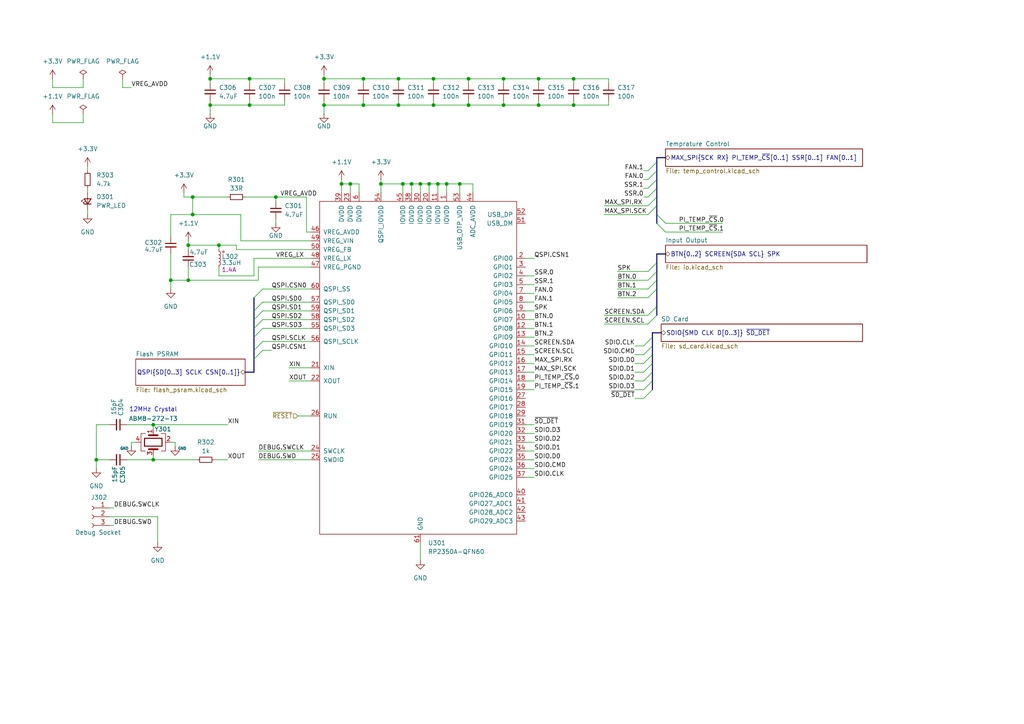
<source format=kicad_sch>
(kicad_sch (version 20231120) (generator "eeschema") (generator_version "8.0")
  (paper "A4")
  (lib_symbols
    (symbol "Connector:Conn_01x03_Socket" (pin_names (offset 1.016) hide)
      (property "Reference" "J" (at 0 5.08 0))
      (property "Value" "Conn_01x03_Socket" (at 0 -5.08 0))
      (symbol "Conn_01x03_Socket_1_1"
        (arc (start 0 -2.032) (mid -0.5058 -2.54) (end 0 -3.048) (stroke (width 0.1524)))
        (polyline (pts (xy -1.27 -2.54) (xy -0.508 -2.54)) (stroke (width 0.1524)))
        (polyline (pts (xy -1.27 0) (xy -0.508 0)) (stroke (width 0.1524)))
        (polyline (pts (xy -1.27 2.54) (xy -0.508 2.54)) (stroke (width 0.1524)))
        (arc (start 0 0.508) (mid -0.5058 0) (end 0 -0.508) (stroke (width 0.1524)))
        (arc (start 0 3.048) (mid -0.5058 2.54) (end 0 2.032) (stroke (width 0.1524)))
        (pin passive line (at -5.08 2.54 0) (length 3.81) (name "Pin_1") (number "1"))
        (pin passive line (at -5.08 0 0) (length 3.81) (name "Pin_2") (number "2"))
        (pin passive line (at -5.08 -2.54 0) (length 3.81) (name "Pin_3") (number "3"))
      )
    )
    (symbol "Device:C_Small" (pin_numbers hide) (pin_names (offset 0.254) hide)
      (property "Reference" "C" (at 0.254 1.778 0))
      (property "Value" "C_Small" (at 0.254 -2.032 0))
      (symbol "C_Small_0_1"
        (polyline (pts (xy -1.524 -0.508) (xy 1.524 -0.508)) (stroke (width 0.3302)))
        (polyline (pts (xy -1.524 0.508) (xy 1.524 0.508)) (stroke (width 0.3048)))
      )
      (symbol "C_Small_1_1"
        (pin passive line (at 0 2.54 270) (length 2.032) (name "~") (number "1"))
        (pin passive line (at 0 -2.54 90) (length 2.032) (name "~") (number "2"))
      )
    )
    (symbol "Device:Crystal_GND24" (pin_names (offset 1.016) hide)
      (property "Reference" "Y" (at 3.175 5.08 0))
      (property "Value" "Crystal_GND24" (at 3.175 3.175 0))
      (symbol "Crystal_GND24_0_1"
        (rectangle (start -1.143 2.54) (end 1.143 -2.54) (stroke (width 0.3048)))
        (polyline (pts (xy -2.54 0) (xy -2.032 0)))
        (polyline (pts (xy -2.032 -1.27) (xy -2.032 1.27)) (stroke (width 0.508)))
        (polyline (pts (xy 0 -3.81) (xy 0 -3.556)))
        (polyline (pts (xy 0 3.556) (xy 0 3.81)))
        (polyline (pts (xy 2.032 -1.27) (xy 2.032 1.27)) (stroke (width 0.508)))
        (polyline (pts (xy 2.032 0) (xy 2.54 0)))
        (polyline (pts (xy -2.54 -2.286) (xy -2.54 -3.556) (xy 2.54 -3.556) (xy 2.54 -2.286)))
        (polyline (pts (xy -2.54 2.286) (xy -2.54 3.556) (xy 2.54 3.556) (xy 2.54 2.286)))
      )
      (symbol "Crystal_GND24_1_1"
        (pin passive line (at -3.81 0 0) (length 1.27) (name "1") (number "1"))
        (pin passive line (at 0 5.08 270) (length 1.27) (name "2") (number "2"))
        (pin passive line (at 3.81 0 180) (length 1.27) (name "3") (number "3"))
        (pin passive line (at 0 -5.08 90) (length 1.27) (name "4") (number "4"))
      )
    )
    (symbol "Device:LED_Small" (pin_numbers hide) (pin_names (offset 0.254) hide)
      (property "Reference" "D" (at -1.27 3.175 0))
      (property "Value" "LED_Small" (at -4.445 -2.54 0))
      (symbol "LED_Small_0_1"
        (polyline (pts (xy -0.762 -1.016) (xy -0.762 1.016)) (stroke (width 0.254)))
        (polyline (pts (xy 1.016 0) (xy -0.762 0)))
        (polyline (pts (xy 0.762 -1.016) (xy -0.762 0) (xy 0.762 1.016) (xy 0.762 -1.016)) (stroke (width 0.254)))
        (polyline (pts (xy 0 0.762) (xy -0.508 1.27) (xy -0.254 1.27) (xy -0.508 1.27) (xy -0.508 1.016)))
        (polyline (pts (xy 0.508 1.27) (xy 0 1.778) (xy 0.254 1.778) (xy 0 1.778) (xy 0 1.524)))
      )
      (symbol "LED_Small_1_1"
        (pin passive line (at -2.54 0 0) (length 1.778) (name "K") (number "1"))
        (pin passive line (at 2.54 0 180) (length 1.778) (name "A") (number "2"))
      )
    )
    (symbol "Device:R_Small" (pin_numbers hide) (pin_names (offset 0.254) hide)
      (property "Reference" "R" (at 0.762 0.508 0))
      (property "Value" "R_Small" (at 0.762 -1.016 0))
      (symbol "R_Small_0_1"
        (rectangle (start -0.762 1.778) (end 0.762 -1.778) (stroke (width 0.2032)))
      )
      (symbol "R_Small_1_1"
        (pin passive line (at 0 2.54 270) (length 0.762) (name "~") (number "1"))
        (pin passive line (at 0 -2.54 90) (length 0.762) (name "~") (number "2"))
      )
    )
    (symbol "RP2350_KiCad:RP2350A-QFN60" (pin_names (offset 1.016))
      (property "Reference" "U" (at 0 -1.27 0))
      (property "Value" "RP2350A-QFN60" (at 0 1.27 0))
      (symbol "RP2350A-QFN60_0_1"
        (rectangle (start -29.21 44.45) (end 27.94 -52.07))
      )
      (symbol "RP2350A-QFN60_1_0"
        (pin passive line (at 0 -54.61 90) (length 2.54) (name "GND") (number "61"))
      )
      (symbol "RP2350A-QFN60_1_1"
        (pin power_in line (at 7.62 46.99 270) (length 2.54) (name "IOVDD") (number "1"))
        (pin bidirectional line (at 30.48 10.16 180) (length 2.54) (name "GPIO7") (number "10"))
        (pin power_in line (at 5.08 46.99 270) (length 2.54) (name "IOVDD") (number "11"))
        (pin bidirectional line (at 30.48 7.62 180) (length 2.54) (name "GPIO8") (number "12"))
        (pin bidirectional line (at 30.48 5.08 180) (length 2.54) (name "GPIO9") (number "13"))
        (pin bidirectional line (at 30.48 2.54 180) (length 2.54) (name "GPIO10") (number "14"))
        (pin bidirectional line (at 30.48 0 180) (length 2.54) (name "GPIO11") (number "15"))
        (pin bidirectional line (at 30.48 -2.54 180) (length 2.54) (name "GPIO12") (number "16"))
        (pin bidirectional line (at 30.48 -5.08 180) (length 2.54) (name "GPIO13") (number "17"))
        (pin bidirectional line (at 30.48 -7.62 180) (length 2.54) (name "GPIO14") (number "18"))
        (pin bidirectional line (at 30.48 -10.16 180) (length 2.54) (name "GPIO15") (number "19"))
        (pin bidirectional line (at 30.48 27.94 180) (length 2.54) (name "GPIO0") (number "2"))
        (pin power_in line (at 2.54 46.99 270) (length 2.54) (name "IOVDD") (number "20"))
        (pin input line (at -31.75 -3.81 0) (length 2.54) (name "XIN") (number "21"))
        (pin output line (at -31.75 -7.62 0) (length 2.54) (name "XOUT") (number "22"))
        (pin power_in line (at -20.32 46.99 270) (length 2.54) (name "DVDD") (number "23"))
        (pin input line (at -31.75 -27.94 0) (length 2.54) (name "SWCLK") (number "24"))
        (pin bidirectional line (at -31.75 -30.48 0) (length 2.54) (name "SWDIO") (number "25"))
        (pin input line (at -31.75 -17.78 0) (length 2.54) (name "RUN") (number "26"))
        (pin bidirectional line (at 30.48 -12.7 180) (length 2.54) (name "GPIO16") (number "27"))
        (pin bidirectional line (at 30.48 -15.24 180) (length 2.54) (name "GPIO17") (number "28"))
        (pin bidirectional line (at 30.48 -17.78 180) (length 2.54) (name "GPIO18") (number "29"))
        (pin bidirectional line (at 30.48 25.4 180) (length 2.54) (name "GPIO1") (number "3"))
        (pin power_in line (at 0 46.99 270) (length 2.54) (name "IOVDD") (number "30"))
        (pin bidirectional line (at 30.48 -20.32 180) (length 2.54) (name "GPIO19") (number "31"))
        (pin bidirectional line (at 30.48 -22.86 180) (length 2.54) (name "GPIO20") (number "32"))
        (pin bidirectional line (at 30.48 -25.4 180) (length 2.54) (name "GPIO21") (number "33"))
        (pin bidirectional line (at 30.48 -27.94 180) (length 2.54) (name "GPIO22") (number "34"))
        (pin bidirectional line (at 30.48 -30.48 180) (length 2.54) (name "GPIO23") (number "35"))
        (pin bidirectional line (at 30.48 -33.02 180) (length 2.54) (name "GPIO24") (number "36"))
        (pin bidirectional line (at 30.48 -35.56 180) (length 2.54) (name "GPIO25") (number "37"))
        (pin power_in line (at -2.54 46.99 270) (length 2.54) (name "IOVDD") (number "38"))
        (pin power_in line (at -22.86 46.99 270) (length 2.54) (name "DVDD") (number "39"))
        (pin bidirectional line (at 30.48 22.86 180) (length 2.54) (name "GPIO2") (number "4"))
        (pin bidirectional line (at 30.48 -40.64 180) (length 2.54) (name "GPIO26_ADC0") (number "40"))
        (pin bidirectional line (at 30.48 -43.18 180) (length 2.54) (name "GPIO27_ADC1") (number "41"))
        (pin bidirectional line (at 30.48 -45.72 180) (length 2.54) (name "GPIO28_ADC2") (number "42"))
        (pin bidirectional line (at 30.48 -48.26 180) (length 2.54) (name "GPIO29_ADC3") (number "43"))
        (pin power_in line (at 15.24 46.99 270) (length 2.54) (name "ADC_AVDD") (number "44"))
        (pin power_in line (at -5.08 46.99 270) (length 2.54) (name "IOVDD") (number "45"))
        (pin power_in line (at -31.75 35.56 0) (length 2.54) (name "VREG_AVDD") (number "46"))
        (pin input line (at -31.75 25.4 0) (length 2.54) (name "VREG_PGND") (number "47"))
        (pin power_out line (at -31.75 27.94 0) (length 2.54) (name "VREG_LX") (number "48"))
        (pin power_in line (at -31.75 33.02 0) (length 2.54) (name "VREG_VIN") (number "49"))
        (pin bidirectional line (at 30.48 20.32 180) (length 2.54) (name "GPIO3") (number "5"))
        (pin power_in line (at -31.75 30.48 0) (length 2.54) (name "VREG_FB") (number "50"))
        (pin bidirectional line (at 30.48 38.1 180) (length 2.54) (name "USB_DM") (number "51"))
        (pin bidirectional line (at 30.48 40.64 180) (length 2.54) (name "USB_DP") (number "52"))
        (pin power_in line (at 11.43 46.99 270) (length 2.54) (name "USB_OTP_VDD") (number "53"))
        (pin power_in line (at -11.43 46.99 270) (length 2.54) (name "QSPI_IOVDD") (number "54"))
        (pin bidirectional line (at -31.75 7.62 0) (length 2.54) (name "QSPI_SD3") (number "55"))
        (pin bidirectional line (at -31.75 3.81 0) (length 2.54) (name "QSPI_SCLK") (number "56"))
        (pin bidirectional line (at -31.75 15.24 0) (length 2.54) (name "QSPI_SD0") (number "57"))
        (pin bidirectional line (at -31.75 10.16 0) (length 2.54) (name "QSPI_SD2") (number "58"))
        (pin bidirectional line (at -31.75 12.7 0) (length 2.54) (name "QSPI_SD1") (number "59"))
        (pin power_in line (at -17.78 46.99 270) (length 2.54) (name "DVDD") (number "6"))
        (pin bidirectional line (at -31.75 19.05 0) (length 2.54) (name "QSPI_SS") (number "60"))
        (pin bidirectional line (at 30.48 17.78 180) (length 2.54) (name "GPIO4") (number "7"))
        (pin bidirectional line (at 30.48 15.24 180) (length 2.54) (name "GPIO5") (number "8"))
        (pin bidirectional line (at 30.48 12.7 180) (length 2.54) (name "GPIO6") (number "9"))
      )
    )
    (symbol "Sparkfun Kicad Libraries:3.3uH_0806_1.4A_Polarized" (pin_numbers hide) (pin_names (offset 1.016) hide)
      (property "Reference" "L" (at 0 2.54 0))
      (property "Value" "3.3uH" (at 0 -1.27 0))
      (property "Current" "1.4A" (at 0 -3.81 0))
      (symbol "3.3uH_0806_1.4A_Polarized_0_1"
        (circle (center -1.905 1.27) (radius 0.254))
        (arc (start -1.016 0) (mid -1.524 0.5058) (end -2.032 0))
        (arc (start 0 0) (mid -0.508 0.5058) (end -1.016 0))
        (arc (start 1.016 0) (mid 0.508 0.5058) (end 0 0))
        (arc (start 2.032 0) (mid 1.524 0.5058) (end 1.016 0))
      )
      (symbol "3.3uH_0806_1.4A_Polarized_1_1"
        (pin passive line (at -2.54 0 0) (length 0.508) (name "~") (number "1"))
        (pin passive line (at 2.54 0 180) (length 0.508) (name "~") (number "2"))
      )
    )
    (symbol "power:+3.3V" (power) (pin_names (offset 0))
      (property "Value" "+3.3V" (at 0 3.556 0))
      (symbol "+3.3V_0_1"
        (polyline (pts (xy -0.762 1.27) (xy 0 2.54)))
        (polyline (pts (xy 0 0) (xy 0 2.54)))
        (polyline (pts (xy 0 2.54) (xy 0.762 1.27)))
      )
      (symbol "+3.3V_1_1"
        (pin power_in line (at 0 0 90) (length 0) hide (name "+3.3V") (number "1"))
      )
    )
    (symbol "power:GND" (power) (pin_numbers hide) (pin_names (offset 0) hide)
      (property "Value" "GND" (at 0 -3.81 0))
      (symbol "GND_0_1"
        (polyline (pts (xy 0 0) (xy 0 -1.27) (xy 1.27 -1.27) (xy 0 -2.54) (xy -1.27 -1.27) (xy 0 -1.27)))
      )
      (symbol "GND_1_1"
        (pin power_in line (at 0 0 270) (length 0) (name "~") (number "1"))
      )
    )
    (symbol "power:PWR_FLAG" (power) (pin_numbers hide) (pin_names (offset 0) hide)
      (property "Value" "PWR_FLAG" (at 0 3.81 0))
      (symbol "PWR_FLAG_0_0"
        (pin power_out line (at 0 0 90) (length 0) (name "~") (number "1"))
      )
      (symbol "PWR_FLAG_0_1"
        (polyline (pts (xy 0 0) (xy 0 1.27) (xy -1.016 1.905) (xy 0 2.54) (xy 1.016 1.905) (xy 0 1.27)))
      )
    )
  )
  (junction (at 115.57 30.48))
  (junction (at 105.41 22.86))
  (junction (at 72.39 22.86))
  (junction (at 44.45 133.35))
  (junction (at 27.94 133.35))
  (junction (at 135.89 22.86))
  (junction (at 135.89 30.48))
  (junction (at 110.49 53.34))
  (junction (at 166.37 30.48))
  (junction (at 146.05 30.48))
  (junction (at 54.61 81.28))
  (junction (at 55.88 62.23))
  (junction (at 119.38 53.34))
  (junction (at 93.98 30.48))
  (junction (at 127 53.34))
  (junction (at 63.5 71.12))
  (junction (at 125.73 30.48))
  (junction (at 101.6 53.34))
  (junction (at 99.06 53.34))
  (junction (at 124.46 53.34))
  (junction (at 55.88 57.15))
  (junction (at 129.54 53.34))
  (junction (at 116.84 53.34))
  (junction (at 166.37 22.86))
  (junction (at 115.57 22.86))
  (junction (at 72.39 30.48))
  (junction (at 121.92 53.34))
  (junction (at 44.45 123.19))
  (junction (at 80.01 57.15))
  (junction (at 49.53 81.28))
  (junction (at 156.21 22.86))
  (junction (at 146.05 22.86))
  (junction (at 133.35 53.34))
  (junction (at 105.41 30.48))
  (junction (at 125.73 22.86))
  (junction (at 156.21 30.48))
  (junction (at 93.98 22.86))
  (junction (at 54.61 71.12))
  (junction (at 60.96 22.86))
  (junction (at 60.96 30.48))
  (bus_entry (at 190.5 62.23) (size 2.54 2.54))
  (bus_entry (at 73.66 86.36) (size 2.54 -2.54))
  (bus_entry (at 187.96 91.44) (size 2.54 -2.54))
  (bus_entry (at 187.96 57.15) (size 2.54 -2.54))
  (bus_entry (at 186.69 102.87) (size 2.54 -2.54))
  (bus_entry (at 187.96 81.28) (size 2.54 -2.54))
  (bus_entry (at 73.66 95.25) (size 2.54 -2.54))
  (bus_entry (at 187.96 93.98) (size 2.54 -2.54))
  (bus_entry (at 73.66 97.79) (size 2.54 -2.54))
  (bus_entry (at 187.96 86.36) (size 2.54 -2.54))
  (bus_entry (at 73.66 104.14) (size 2.54 -2.54))
  (bus_entry (at 187.96 52.07) (size 2.54 -2.54))
  (bus_entry (at 190.5 59.69) (size -2.54 2.54))
  (bus_entry (at 186.69 110.49) (size 2.54 -2.54))
  (bus_entry (at 187.96 49.53) (size 2.54 -2.54))
  (bus_entry (at 73.66 101.6) (size 2.54 -2.54))
  (bus_entry (at 190.5 64.77) (size 2.54 2.54))
  (bus_entry (at 186.69 105.41) (size 2.54 -2.54))
  (bus_entry (at 186.69 115.57) (size 2.54 -2.54))
  (bus_entry (at 187.96 78.74) (size 2.54 -2.54))
  (bus_entry (at 190.5 57.15) (size -2.54 2.54))
  (bus_entry (at 187.96 54.61) (size 2.54 -2.54))
  (bus_entry (at 73.66 92.71) (size 2.54 -2.54))
  (bus_entry (at 186.69 100.33) (size 2.54 -2.54))
  (bus_entry (at 186.69 107.95) (size 2.54 -2.54))
  (bus_entry (at 73.66 90.17) (size 2.54 -2.54))
  (bus_entry (at 187.96 83.82) (size 2.54 -2.54))
  (bus_entry (at 186.69 113.03) (size 2.54 -2.54))
  (wire (pts (xy 57.15 133.35) (xy 44.45 133.35)))
  (wire (pts (xy 90.17 77.47) (xy 74.93 77.47)))
  (wire (pts (xy 154.94 125.73) (xy 152.4 125.73)))
  (wire (pts (xy 146.05 30.48) (xy 156.21 30.48)))
  (bus (pts (xy 189.23 110.49) (xy 189.23 113.03)))
  (wire (pts (xy 146.05 24.13) (xy 146.05 22.86)))
  (wire (pts (xy 49.53 62.23) (xy 49.53 68.58)))
  (bus (pts (xy 73.66 95.25) (xy 73.66 97.79)))
  (wire (pts (xy 72.39 24.13) (xy 72.39 22.86)))
  (wire (pts (xy 31.75 133.35) (xy 27.94 133.35)))
  (bus (pts (xy 190.5 83.82) (xy 190.5 88.9)))
  (wire (pts (xy 184.15 102.87) (xy 186.69 102.87)))
  (wire (pts (xy 184.15 113.03) (xy 186.69 113.03)))
  (wire (pts (xy 49.53 73.66) (xy 49.53 81.28)))
  (wire (pts (xy 115.57 24.13) (xy 115.57 22.86)))
  (bus (pts (xy 73.66 104.14) (xy 73.66 107.95)))
  (wire (pts (xy 44.45 123.19) (xy 66.04 123.19)))
  (wire (pts (xy 179.07 83.82) (xy 187.96 83.82)))
  (wire (pts (xy 105.41 24.13) (xy 105.41 22.86)))
  (wire (pts (xy 71.12 57.15) (xy 80.01 57.15)))
  (wire (pts (xy 179.07 78.74) (xy 187.96 78.74)))
  (wire (pts (xy 83.82 106.68) (xy 90.17 106.68)))
  (wire (pts (xy 186.69 54.61) (xy 187.96 54.61)))
  (wire (pts (xy 154.94 130.81) (xy 152.4 130.81)))
  (wire (pts (xy 129.54 55.88) (xy 129.54 53.34)))
  (bus (pts (xy 190.5 46.99) (xy 190.5 49.53)))
  (wire (pts (xy 80.01 63.5) (xy 80.01 64.77)))
  (wire (pts (xy 176.53 22.86) (xy 166.37 22.86)))
  (wire (pts (xy 93.98 21.59) (xy 93.98 22.86)))
  (wire (pts (xy 27.94 133.35) (xy 27.94 135.89)))
  (wire (pts (xy 166.37 22.86) (xy 156.21 22.86)))
  (wire (pts (xy 31.75 123.19) (xy 27.94 123.19)))
  (wire (pts (xy 60.96 22.86) (xy 60.96 24.13)))
  (wire (pts (xy 45.72 157.48) (xy 45.72 149.86)))
  (wire (pts (xy 154.94 133.35) (xy 152.4 133.35)))
  (wire (pts (xy 76.2 101.6) (xy 78.74 101.6)))
  (wire (pts (xy 72.39 30.48) (xy 82.55 30.48)))
  (wire (pts (xy 99.06 52.07) (xy 99.06 53.34)))
  (wire (pts (xy 72.39 30.48) (xy 60.96 30.48)))
  (wire (pts (xy 55.88 62.23) (xy 49.53 62.23)))
  (wire (pts (xy 166.37 29.21) (xy 166.37 30.48)))
  (wire (pts (xy 15.24 35.56) (xy 15.24 33.02)))
  (wire (pts (xy 82.55 29.21) (xy 82.55 30.48)))
  (wire (pts (xy 176.53 24.13) (xy 176.53 22.86)))
  (bus (pts (xy 73.66 90.17) (xy 73.66 92.71)))
  (wire (pts (xy 146.05 29.21) (xy 146.05 30.48)))
  (wire (pts (xy 55.88 57.15) (xy 55.88 62.23)))
  (wire (pts (xy 127 53.34) (xy 124.46 53.34)))
  (bus (pts (xy 71.12 107.95) (xy 73.66 107.95)))
  (wire (pts (xy 73.66 80.01) (xy 63.5 80.01)))
  (wire (pts (xy 152.4 113.03) (xy 154.94 113.03)))
  (wire (pts (xy 127 55.88) (xy 127 53.34)))
  (bus (pts (xy 190.5 81.28) (xy 190.5 83.82)))
  (wire (pts (xy 105.41 22.86) (xy 93.98 22.86)))
  (wire (pts (xy 137.16 53.34) (xy 133.35 53.34)))
  (wire (pts (xy 154.94 138.43) (xy 152.4 138.43)))
  (wire (pts (xy 179.07 86.36) (xy 187.96 86.36)))
  (wire (pts (xy 152.4 85.09) (xy 154.94 85.09)))
  (wire (pts (xy 121.92 55.88) (xy 121.92 53.34)))
  (wire (pts (xy 110.49 52.07) (xy 110.49 53.34)))
  (wire (pts (xy 54.61 81.28) (xy 54.61 77.47)))
  (wire (pts (xy 74.93 130.81) (xy 90.17 130.81)))
  (wire (pts (xy 93.98 30.48) (xy 93.98 33.02)))
  (wire (pts (xy 38.1 128.27) (xy 39.37 128.27)))
  (wire (pts (xy 186.69 49.53) (xy 187.96 49.53)))
  (wire (pts (xy 73.66 74.93) (xy 73.66 80.01)))
  (wire (pts (xy 152.4 102.87) (xy 154.94 102.87)))
  (wire (pts (xy 175.26 59.69) (xy 187.96 59.69)))
  (wire (pts (xy 124.46 53.34) (xy 121.92 53.34)))
  (wire (pts (xy 119.38 55.88) (xy 119.38 53.34)))
  (bus (pts (xy 190.5 73.66) (xy 190.5 76.2)))
  (wire (pts (xy 93.98 22.86) (xy 93.98 24.13)))
  (wire (pts (xy 105.41 29.21) (xy 105.41 30.48)))
  (wire (pts (xy 25.4 54.61) (xy 25.4 55.88)))
  (wire (pts (xy 119.38 53.34) (xy 116.84 53.34)))
  (bus (pts (xy 190.5 52.07) (xy 190.5 54.61)))
  (wire (pts (xy 166.37 30.48) (xy 176.53 30.48)))
  (wire (pts (xy 146.05 22.86) (xy 135.89 22.86)))
  (wire (pts (xy 175.26 93.98) (xy 187.96 93.98)))
  (wire (pts (xy 49.53 81.28) (xy 54.61 81.28)))
  (wire (pts (xy 133.35 53.34) (xy 129.54 53.34)))
  (wire (pts (xy 45.72 149.86) (xy 31.75 149.86)))
  (bus (pts (xy 189.23 107.95) (xy 189.23 110.49)))
  (wire (pts (xy 104.14 55.88) (xy 104.14 53.34)))
  (wire (pts (xy 154.94 128.27) (xy 152.4 128.27)))
  (wire (pts (xy 44.45 132.08) (xy 44.45 133.35)))
  (wire (pts (xy 24.13 22.86) (xy 24.13 25.4)))
  (wire (pts (xy 193.04 67.31) (xy 209.55 67.31)))
  (bus (pts (xy 193.04 73.66) (xy 190.5 73.66)))
  (wire (pts (xy 125.73 29.21) (xy 125.73 30.48)))
  (wire (pts (xy 116.84 53.34) (xy 110.49 53.34)))
  (wire (pts (xy 186.69 57.15) (xy 187.96 57.15)))
  (wire (pts (xy 90.17 69.85) (xy 69.85 69.85)))
  (wire (pts (xy 50.8 128.27) (xy 49.53 128.27)))
  (wire (pts (xy 83.82 110.49) (xy 90.17 110.49)))
  (wire (pts (xy 38.1 129.54) (xy 38.1 128.27)))
  (bus (pts (xy 189.23 97.79) (xy 189.23 100.33)))
  (wire (pts (xy 175.26 91.44) (xy 187.96 91.44)))
  (wire (pts (xy 55.88 57.15) (xy 53.34 57.15)))
  (wire (pts (xy 186.69 52.07) (xy 187.96 52.07)))
  (wire (pts (xy 135.89 29.21) (xy 135.89 30.48)))
  (wire (pts (xy 152.4 90.17) (xy 154.94 90.17)))
  (wire (pts (xy 152.4 95.25) (xy 154.94 95.25)))
  (wire (pts (xy 76.2 90.17) (xy 90.17 90.17)))
  (wire (pts (xy 152.4 74.93) (xy 154.94 74.93)))
  (wire (pts (xy 53.34 57.15) (xy 53.34 55.88)))
  (wire (pts (xy 193.04 64.77) (xy 209.55 64.77)))
  (bus (pts (xy 189.23 96.52) (xy 191.77 96.52)))
  (wire (pts (xy 152.4 82.55) (xy 154.94 82.55)))
  (wire (pts (xy 36.83 123.19) (xy 44.45 123.19)))
  (wire (pts (xy 99.06 53.34) (xy 99.06 55.88)))
  (wire (pts (xy 25.4 60.96) (xy 25.4 62.23)))
  (bus (pts (xy 73.66 92.71) (xy 73.66 95.25)))
  (wire (pts (xy 152.4 87.63) (xy 154.94 87.63)))
  (wire (pts (xy 154.94 135.89) (xy 152.4 135.89)))
  (wire (pts (xy 166.37 24.13) (xy 166.37 22.86)))
  (wire (pts (xy 76.2 92.71) (xy 90.17 92.71)))
  (wire (pts (xy 101.6 53.34) (xy 99.06 53.34)))
  (wire (pts (xy 27.94 123.19) (xy 27.94 133.35)))
  (wire (pts (xy 184.15 110.49) (xy 186.69 110.49)))
  (wire (pts (xy 125.73 22.86) (xy 115.57 22.86)))
  (bus (pts (xy 190.5 88.9) (xy 190.5 91.44)))
  (bus (pts (xy 190.5 76.2) (xy 190.5 78.74)))
  (wire (pts (xy 88.9 57.15) (xy 88.9 67.31)))
  (bus (pts (xy 73.66 101.6) (xy 73.66 104.14)))
  (wire (pts (xy 74.93 77.47) (xy 74.93 81.28)))
  (wire (pts (xy 36.83 133.35) (xy 44.45 133.35)))
  (wire (pts (xy 101.6 55.88) (xy 101.6 53.34)))
  (wire (pts (xy 68.58 71.12) (xy 68.58 72.39)))
  (wire (pts (xy 116.84 55.88) (xy 116.84 53.34)))
  (wire (pts (xy 72.39 22.86) (xy 60.96 22.86)))
  (bus (pts (xy 190.5 54.61) (xy 190.5 57.15)))
  (wire (pts (xy 156.21 29.21) (xy 156.21 30.48)))
  (bus (pts (xy 189.23 100.33) (xy 189.23 102.87)))
  (wire (pts (xy 54.61 69.85) (xy 54.61 71.12)))
  (wire (pts (xy 88.9 67.31) (xy 90.17 67.31)))
  (wire (pts (xy 184.15 107.95) (xy 186.69 107.95)))
  (wire (pts (xy 152.4 80.01) (xy 154.94 80.01)))
  (wire (pts (xy 69.85 69.85) (xy 69.85 62.23)))
  (wire (pts (xy 156.21 22.86) (xy 146.05 22.86)))
  (wire (pts (xy 63.5 71.12) (xy 68.58 71.12)))
  (bus (pts (xy 189.23 105.41) (xy 189.23 107.95)))
  (wire (pts (xy 74.93 133.35) (xy 90.17 133.35)))
  (wire (pts (xy 35.56 25.4) (xy 38.1 25.4)))
  (wire (pts (xy 115.57 30.48) (xy 125.73 30.48)))
  (wire (pts (xy 60.96 30.48) (xy 60.96 33.02)))
  (wire (pts (xy 152.4 107.95) (xy 154.94 107.95)))
  (bus (pts (xy 189.23 102.87) (xy 189.23 105.41)))
  (wire (pts (xy 152.4 92.71) (xy 154.94 92.71)))
  (wire (pts (xy 35.56 22.86) (xy 35.56 25.4)))
  (wire (pts (xy 25.4 48.26) (xy 25.4 49.53)))
  (bus (pts (xy 190.5 59.69) (xy 190.5 62.23)))
  (bus (pts (xy 190.5 62.23) (xy 190.5 64.77)))
  (wire (pts (xy 176.53 29.21) (xy 176.53 30.48)))
  (wire (pts (xy 125.73 24.13) (xy 125.73 22.86)))
  (wire (pts (xy 110.49 53.34) (xy 110.49 55.88)))
  (wire (pts (xy 115.57 22.86) (xy 105.41 22.86)))
  (wire (pts (xy 54.61 71.12) (xy 63.5 71.12)))
  (wire (pts (xy 179.07 81.28) (xy 187.96 81.28)))
  (bus (pts (xy 190.5 49.53) (xy 190.5 52.07)))
  (wire (pts (xy 152.4 105.41) (xy 154.94 105.41)))
  (wire (pts (xy 15.24 25.4) (xy 15.24 22.86)))
  (wire (pts (xy 63.5 72.39) (xy 63.5 71.12)))
  (wire (pts (xy 137.16 55.88) (xy 137.16 53.34)))
  (wire (pts (xy 152.4 123.19) (xy 154.94 123.19)))
  (wire (pts (xy 44.45 123.19) (xy 44.45 124.46)))
  (wire (pts (xy 74.93 81.28) (xy 54.61 81.28)))
  (wire (pts (xy 24.13 25.4) (xy 15.24 25.4)))
  (wire (pts (xy 24.13 35.56) (xy 15.24 35.56)))
  (wire (pts (xy 135.89 30.48) (xy 146.05 30.48)))
  (wire (pts (xy 69.85 62.23) (xy 55.88 62.23)))
  (wire (pts (xy 80.01 58.42) (xy 80.01 57.15)))
  (wire (pts (xy 104.14 53.34) (xy 101.6 53.34)))
  (wire (pts (xy 24.13 33.02) (xy 24.13 35.56)))
  (wire (pts (xy 135.89 24.13) (xy 135.89 22.86)))
  (wire (pts (xy 184.15 105.41) (xy 186.69 105.41)))
  (wire (pts (xy 50.8 129.54) (xy 50.8 128.27)))
  (wire (pts (xy 54.61 71.12) (xy 54.61 72.39)))
  (bus (pts (xy 189.23 96.52) (xy 189.23 97.79)))
  (wire (pts (xy 76.2 99.06) (xy 90.17 99.06)))
  (wire (pts (xy 49.53 81.28) (xy 49.53 83.82)))
  (wire (pts (xy 63.5 80.01) (xy 63.5 77.47)))
  (bus (pts (xy 190.5 45.72) (xy 190.5 46.99)))
  (wire (pts (xy 82.55 22.86) (xy 72.39 22.86)))
  (wire (pts (xy 76.2 83.82) (xy 90.17 83.82)))
  (bus (pts (xy 73.66 97.79) (xy 73.66 101.6)))
  (wire (pts (xy 152.4 100.33) (xy 154.94 100.33)))
  (wire (pts (xy 124.46 55.88) (xy 124.46 53.34)))
  (wire (pts (xy 184.15 115.57) (xy 186.69 115.57)))
  (wire (pts (xy 68.58 72.39) (xy 90.17 72.39)))
  (wire (pts (xy 73.66 74.93) (xy 90.17 74.93)))
  (wire (pts (xy 125.73 30.48) (xy 135.89 30.48)))
  (bus (pts (xy 190.5 57.15) (xy 190.5 59.69)))
  (wire (pts (xy 62.23 133.35) (xy 66.04 133.35)))
  (wire (pts (xy 152.4 97.79) (xy 154.94 97.79)))
  (wire (pts (xy 152.4 110.49) (xy 154.94 110.49)))
  (wire (pts (xy 93.98 29.21) (xy 93.98 30.48)))
  (wire (pts (xy 121.92 157.48) (xy 121.92 162.56)))
  (wire (pts (xy 66.04 57.15) (xy 55.88 57.15)))
  (wire (pts (xy 80.01 57.15) (xy 88.9 57.15)))
  (wire (pts (xy 76.2 87.63) (xy 90.17 87.63)))
  (wire (pts (xy 60.96 29.21) (xy 60.96 30.48)))
  (wire (pts (xy 121.92 53.34) (xy 119.38 53.34)))
  (wire (pts (xy 72.39 29.21) (xy 72.39 30.48)))
  (wire (pts (xy 156.21 30.48) (xy 166.37 30.48)))
  (wire (pts (xy 135.89 22.86) (xy 125.73 22.86)))
  (wire (pts (xy 184.15 100.33) (xy 186.69 100.33)))
  (wire (pts (xy 31.75 152.4) (xy 33.02 152.4)))
  (bus (pts (xy 190.5 78.74) (xy 190.5 81.28)))
  (wire (pts (xy 133.35 55.88) (xy 133.35 53.34)))
  (wire (pts (xy 105.41 30.48) (xy 93.98 30.48)))
  (bus (pts (xy 193.04 45.72) (xy 190.5 45.72)))
  (wire (pts (xy 156.21 24.13) (xy 156.21 22.86)))
  (wire (pts (xy 31.75 147.32) (xy 33.02 147.32)))
  (wire (pts (xy 115.57 29.21) (xy 115.57 30.48)))
  (wire (pts (xy 76.2 95.25) (xy 90.17 95.25)))
  (wire (pts (xy 82.55 24.13) (xy 82.55 22.86)))
  (wire (pts (xy 105.41 30.48) (xy 115.57 30.48)))
  (bus (pts (xy 73.66 86.36) (xy 73.66 90.17)))
  (wire (pts (xy 60.96 21.59) (xy 60.96 22.86)))
  (wire (pts (xy 175.26 62.23) (xy 187.96 62.23)))
  (wire (pts (xy 86.36 120.65) (xy 90.17 120.65)))
  (wire (pts (xy 129.54 53.34) (xy 127 53.34)))
  (text "12MHz Crystal" (at 44.45 118.872 0) (effects (font (size 1.27 1.27))))
  (label "BTN.1" (at 179.07 83.82 0))
  (label "SCREEN.SDA" (at 175.26 91.44 0))
  (label "BTN.1" (at 154.94 95.25 0))
  (label "MAX_SPI.SCK" (at 154.94 107.95 0))
  (label "MAX_SPI.RX" (at 175.26 59.69 0))
  (label "SPK" (at 154.94 90.17 0))
  (label "SPK" (at 179.07 78.74 0))
  (label "QSPI.SD0" (at 78.74 87.63 0))
  (label "XIN" (at 66.04 123.19 0))
  (label "SSR.1" (at 154.94 82.55 0))
  (label "~{SD_DET}" (at 184.15 115.57 180))
  (label "XOUT" (at 83.82 110.49 0))
  (label "MAX_SPI.SCK" (at 175.26 62.23 0))
  (label "QSPI.CSN0" (at 78.74 83.82 0))
  (label "VREG_AVDD" (at 81.28 57.15 0))
  (label "BTN.0" (at 154.94 92.71 0))
  (label "SCREEN.SCL" (at 175.26 93.98 0))
  (label "FAN.1" (at 154.94 87.63 0))
  (label "QSPI.SCLK" (at 78.74 99.06 0))
  (label "FAN.0" (at 154.94 85.09 0))
  (label "DEBUG.SWD" (at 33.02 152.4 0))
  (label "SDIO.D2" (at 154.94 128.27 0))
  (label "SDIO.CLK" (at 184.15 100.33 180))
  (label "DEBUG.SWCLK" (at 33.02 147.32 0))
  (label "QSPI.SD1" (at 78.74 90.17 0))
  (label "PI_TEMP_~{CS}.1" (at 196.85 67.31 0))
  (label "VREG_AVDD" (at 38.1 25.4 0))
  (label "PI_TEMP_~{CS}.1" (at 154.94 113.03 0))
  (label "BTN.2" (at 179.07 86.36 0))
  (label "SDIO.CMD" (at 184.15 102.87 180))
  (label "BTN.0" (at 179.07 81.28 0))
  (label "SCREEN.SDA" (at 154.94 100.33 0))
  (label "SSR.1" (at 186.69 54.61 180))
  (label "SDIO.D0" (at 184.15 105.41 180))
  (label "XOUT" (at 66.04 133.35 0))
  (label "FAN.0" (at 186.69 52.07 180))
  (label "SSR.0" (at 154.94 80.01 0))
  (label "QSPI.SD2" (at 78.74 92.71 0))
  (label "SDIO.D1" (at 184.15 107.95 180))
  (label "SSR.0" (at 186.69 57.15 180))
  (label "~{SD_DET}" (at 154.94 123.19 0))
  (label "VREG_LX" (at 80.01 74.93 0))
  (label "MAX_SPI.RX" (at 154.94 105.41 0))
  (label "FAN.1" (at 186.69 49.53 180))
  (label "SCREEN.SCL" (at 154.94 102.87 0))
  (label "QSPI.SD3" (at 78.74 95.25 0))
  (label "BTN.2" (at 154.94 97.79 0))
  (label "SDIO.D3" (at 154.94 125.73 0))
  (label "SDIO.D2" (at 184.15 110.49 180))
  (label "PI_TEMP_~{CS}.0" (at 154.94 110.49 0))
  (label "XIN" (at 83.82 106.68 0))
  (label "SDIO.D1" (at 154.94 130.81 0))
  (label "SDIO.D0" (at 154.94 133.35 0))
  (label "PI_TEMP_~{CS}.0" (at 196.85 64.77 0))
  (label "QSPI.CSN1" (at 154.94 74.93 0))
  (label "QSPI.CSN1" (at 78.74 101.6 0))
  (label "SDIO.CLK" (at 154.94 138.43 0))
  (label "DEBUG.SWCLK" (at 74.93 130.81 0))
  (label "DEBUG.SWD" (at 74.93 133.35 0))
  (label "SDIO.D3" (at 184.15 113.03 180))
  (label "SDIO.CMD" (at 154.94 135.89 0))
  (hierarchical_label "BTN{0..2} SCREEN{SDA SCL} SPK" (shape bidirectional) (at 193.04 73.66 0))
  (hierarchical_label "MAX_SPI{SCK RX} PI_TEMP_~{CS}[0..1] SSR[0..1] FAN[0..1]" (shape bidirectional) (at 193.04 45.72 0))
  (hierarchical_label "~{RESET}" (shape input) (at 86.36 120.65 180))
  (hierarchical_label "SDIO{SMD CLK D[0..3]} ~{SD_DET}" (shape bidirectional) (at 191.77 96.52 0))
  (hierarchical_label "QSPI{SD[0..3] SCLK CSN[0..1]}" (shape bidirectional) (at 71.12 107.95 180))
  (symbol (lib_id "power:GND") (at 38.1 129.54 0) (unit 1)
    (property "Reference" "#PWR0310" (effects (hide yes)))
    (property "Value" "GND" (at 36.068 130.048 0) (effects (font (size 0.762 0.762))))
    (property "Description" "Power symbol creates a global label with name \"GND\" , ground" (effects (hide yes)))
  )
  (symbol (lib_id "power:PWR_FLAG") (at 35.56 22.86 0) (unit 1)
    (property "Reference" "#FLG0301" (effects (hide yes)))
    (property "Value" "PWR_FLAG" (at 35.56 17.78 0))
    (property "Description" "Special symbol for telling ERC where power comes from" (effects (hide yes)))
  )
  (symbol (lib_id "power:GND") (at 93.98 33.02 0) (unit 1)
    (property "Reference" "#PWR0317" (effects (hide yes)))
    (property "Value" "GND" (at 93.98 36.576 0))
    (property "Description" "Power symbol creates a global label with name \"GND\" , ground" (effects (hide yes)))
  )
  (symbol (lib_id "power:+3.3V") (at 15.24 22.86 0) (unit 1)
    (property "Reference" "#PWR0301" (effects (hide yes)))
    (property "Value" "+3.3V" (at 15.24 17.78 0))
  )
  (symbol (lib_id "power:+3.3V") (at 110.49 52.07 0) (unit 1)
    (property "Reference" "#PWR0307" (effects (hide yes)))
    (property "Value" "+3.3V" (at 110.49 46.99 0))
  )
  (symbol (lib_id "power:PWR_FLAG") (at 24.13 22.86 0) (unit 1)
    (property "Reference" "#FLG0302" (effects (hide yes)))
    (property "Value" "PWR_FLAG" (at 24.13 17.78 0))
    (property "Description" "Special symbol for telling ERC where power comes from" (effects (hide yes)))
  )
  (symbol (lib_id "Device:C_Small") (at 156.21 26.67 0) (unit 1)
    (property "Reference" "C315" (at 158.75 25.4062 0) (effects (justify left)))
    (property "Value" "100n" (at 158.75 27.9462 0) (effects (justify left)))
    (property "Footprint" "Resistor_SMD:R_0603_1608Metric" (effects (hide yes)))
    (property "Description" "Unpolarized capacitor, small symbol" (effects (hide yes)))
  )
  (symbol (lib_id "power:GND") (at 80.01 64.77 0) (unit 1)
    (property "Reference" "#PWR0305" (effects (hide yes)))
    (property "Value" "GND" (at 80.01 68.326 0))
    (property "Description" "Power symbol creates a global label with name \"GND\" , ground" (effects (hide yes)))
  )
  (symbol (lib_id "power:+3.3V") (at 93.98 21.59 0) (unit 1)
    (property "Reference" "#PWR0316" (effects (hide yes)))
    (property "Value" "+3.3V" (at 93.98 16.51 0))
  )
  (symbol (lib_id "Device:Crystal_GND24") (at 44.45 128.27 270) (unit 1)
    (property "Reference" "Y301" (at 47.244 124.46 90))
    (property "Value" "ABM8-272-T3" (at 44.45 121.412 90))
    (property "Footprint" "SparkFun-Clock:Crystal_SMD_3.2x2.5mm" (effects (hide yes)))
    (property "Description" "Four pin crystal, GND on pins 2 and 4" (effects (hide yes)))
  )
  (symbol (lib_id "Device:R_Small") (at 25.4 52.07 0) (unit 1)
    (property "Reference" "R303" (at 27.94 50.7999 0) (effects (justify left)))
    (property "Value" "4.7k" (at 27.94 53.3399 0) (effects (justify left)))
    (property "Footprint" "Resistor_SMD:R_0603_1608Metric" (effects (hide yes)))
    (property "Description" "Resistor, small symbol" (effects (hide yes)))
  )
  (symbol (lib_id "power:+3.3V") (at 60.96 21.59 0) (unit 1)
    (property "Reference" "#PWR0314" (effects (hide yes)))
    (property "Value" "+1.1V" (at 60.96 16.51 0))
  )
  (symbol (lib_id "Device:C_Small") (at 49.53 71.12 0) (unit 1)
    (property "Reference" "C302" (at 41.91 70.358 0) (effects (justify left)))
    (property "Value" "4.7uF" (at 41.91 72.39 0) (effects (justify left)))
    (property "Footprint" "Resistor_SMD:R_0603_1608Metric" (effects (hide yes)))
    (property "Description" "Unpolarized capacitor, small symbol" (effects (hide yes)))
  )
  (symbol (lib_id "Device:R_Small") (at 59.69 133.35 90) (unit 1)
    (property "Reference" "R302" (at 59.69 128.27 90))
    (property "Value" "1k" (at 59.69 130.81 90))
    (property "Footprint" "Resistor_SMD:R_0603_1608Metric" (effects (hide yes)))
    (property "Description" "Resistor, small symbol" (effects (hide yes)))
  )
  (symbol (lib_id "Device:LED_Small") (at 25.4 58.42 90) (unit 1)
    (property "Reference" "D301" (at 27.94 57.0864 90) (effects (justify right)))
    (property "Value" "PWR_LED" (at 27.94 59.6264 90) (effects (justify right)))
    (property "Description" "Light emitting diode, small symbol" (effects (hide yes)))
  )
  (symbol (lib_id "power:GND") (at 50.8 129.54 0) (unit 1)
    (property "Reference" "#PWR0311" (effects (hide yes)))
    (property "Value" "GND" (at 52.832 130.048 0) (effects (font (size 0.762 0.762))))
    (property "Description" "Power symbol creates a global label with name \"GND\" , ground" (effects (hide yes)))
  )
  (symbol (lib_id "Connector:Conn_01x03_Socket") (at 26.67 149.86 0) (mirror y) (unit 1)
    (property "Reference" "J302" (at 28.702 144.272 0))
    (property "Value" "Debug Socket" (at 28.448 154.432 0))
    (property "Description" "Generic connector, single row, 01x03, script generated" (effects (hide yes)))
  )
  (symbol (lib_id "Device:C_Small") (at 135.89 26.67 0) (unit 1)
    (property "Reference" "C313" (at 138.43 25.4062 0) (effects (justify left)))
    (property "Value" "100n" (at 138.43 27.9462 0) (effects (justify left)))
    (property "Footprint" "Resistor_SMD:R_0603_1608Metric" (effects (hide yes)))
    (property "Description" "Unpolarized capacitor, small symbol" (effects (hide yes)))
  )
  (symbol (lib_id "Device:C_Small") (at 166.37 26.67 0) (unit 1)
    (property "Reference" "C316" (at 168.91 25.4062 0) (effects (justify left)))
    (property "Value" "100n" (at 168.91 27.9462 0) (effects (justify left)))
    (property "Footprint" "Resistor_SMD:R_0603_1608Metric" (effects (hide yes)))
    (property "Description" "Unpolarized capacitor, small symbol" (effects (hide yes)))
  )
  (symbol (lib_id "Device:C_Small") (at 72.39 26.67 0) (unit 1)
    (property "Reference" "C307" (at 74.93 25.4062 0) (effects (justify left)))
    (property "Value" "100n" (at 74.93 27.9462 0) (effects (justify left)))
    (property "Footprint" "Resistor_SMD:R_0603_1608Metric" (effects (hide yes)))
    (property "Description" "Unpolarized capacitor, small symbol" (effects (hide yes)))
  )
  (symbol (lib_id "Device:C_Small") (at 34.29 123.19 270) (unit 1)
    (property "Reference" "C304" (at 35.052 115.57 0) (effects (justify left)))
    (property "Value" "15pF" (at 33.02 115.57 0) (effects (justify left)))
    (property "Footprint" "Resistor_SMD:R_0603_1608Metric" (effects (hide yes)))
    (property "Description" "Unpolarized capacitor, small symbol" (effects (hide yes)))
  )
  (symbol (lib_id "Device:C_Small") (at 34.29 133.35 270) (unit 1)
    (property "Reference" "C305" (at 35.56 135.128 0) (effects (justify left)))
    (property "Value" "15pF" (at 33.274 135.128 0) (effects (justify left)))
    (property "Footprint" "Resistor_SMD:R_0603_1608Metric" (effects (hide yes)))
    (property "Description" "Unpolarized capacitor, small symbol" (effects (hide yes)))
  )
  (symbol (lib_id "power:GND") (at 121.92 162.56 0) (unit 1)
    (property "Reference" "#PWR0312" (effects (hide yes)))
    (property "Value" "GND" (at 121.92 167.64 0))
    (property "Description" "Power symbol creates a global label with name \"GND\" , ground" (effects (hide yes)))
  )
  (symbol (lib_id "RP2350_KiCad:RP2350A-QFN60") (at 121.92 102.87 0) (unit 1)
    (property "Reference" "U301" (at 124.1141 157.48 0) (effects (justify left)))
    (property "Value" "RP2350A-QFN60" (at 124.1141 160.02 0) (effects (justify left)))
    (property "Footprint" "Package_DFN_QFN:QFN-60-1EP_7x7mm_P0.4mm_EP3.4x3.4mm_ThermalVias" (effects (hide yes)))
  )
  (symbol (lib_id "power:GND") (at 45.72 157.48 0) (unit 1)
    (property "Reference" "#PWR0313" (effects (hide yes)))
    (property "Value" "GND" (at 45.72 162.56 0))
    (property "Description" "Power symbol creates a global label with name \"GND\" , ground" (effects (hide yes)))
  )
  (symbol (lib_id "Device:C_Small") (at 176.53 26.67 0) (unit 1)
    (property "Reference" "C317" (at 179.07 25.4062 0) (effects (justify left)))
    (property "Value" "100n" (at 179.07 27.9462 0) (effects (justify left)))
    (property "Footprint" "Resistor_SMD:R_0603_1608Metric" (effects (hide yes)))
    (property "Description" "Unpolarized capacitor, small symbol" (effects (hide yes)))
  )
  (symbol (lib_id "Sparkfun Kicad Libraries:3.3uH_0806_1.4A_Polarized") (at 63.5 74.93 270) (unit 1)
    (property "Reference" "L302" (at 64.262 74.422 90) (effects (justify left)))
    (property "Value" "3.3uH" (at 64.262 76.2 90) (effects (justify left)))
    (property "Footprint" "SparkFun-Coil:0806_Polarized" (effects (hide yes)))
    (property "Datasheet" "https://abracon.com/datasheets/AOTA-B201610S3R3-101-T.pdf" (effects (hide yes)))
    (property "Description" "Inductor" (effects (hide yes)))
    (property "PROD_ID" "NDUC-23692" (effects (hide yes)))
    (property "Current" "1.4A" (at 64.262 78.232 90) (effects (justify left)))
  )
  (symbol (lib_id "Device:C_Small") (at 60.96 26.67 0) (unit 1)
    (property "Reference" "C306" (at 63.5 25.4062 0) (effects (justify left)))
    (property "Value" "4.7uF" (at 63.5 27.9462 0) (effects (justify left)))
    (property "Footprint" "Resistor_SMD:R_0603_1608Metric" (effects (hide yes)))
    (property "Description" "Unpolarized capacitor, small symbol" (effects (hide yes)))
  )
  (symbol (lib_id "power:+3.3V") (at 25.4 48.26 0) (unit 1)
    (property "Reference" "#PWR0318" (effects (hide yes)))
    (property "Value" "+3.3V" (at 25.4 43.18 0))
  )
  (symbol (lib_id "Device:C_Small") (at 125.73 26.67 0) (unit 1)
    (property "Reference" "C312" (at 128.27 25.4062 0) (effects (justify left)))
    (property "Value" "100n" (at 128.27 27.9462 0) (effects (justify left)))
    (property "Footprint" "Resistor_SMD:R_0603_1608Metric" (effects (hide yes)))
    (property "Description" "Unpolarized capacitor, small symbol" (effects (hide yes)))
  )
  (symbol (lib_id "power:+3.3V") (at 15.24 33.02 0) (unit 1)
    (property "Reference" "#PWR0308" (effects (hide yes)))
    (property "Value" "+1.1V" (at 15.24 27.94 0))
  )
  (symbol (lib_id "power:GND") (at 25.4 62.23 0) (unit 1)
    (property "Reference" "#PWR0319" (effects (hide yes)))
    (property "Value" "GND" (at 25.4 67.31 0))
    (property "Description" "Power symbol creates a global label with name \"GND\" , ground" (effects (hide yes)))
  )
  (symbol (lib_id "power:GND") (at 60.96 33.02 0) (unit 1)
    (property "Reference" "#PWR0315" (effects (hide yes)))
    (property "Value" "GND" (at 60.96 36.576 0))
    (property "Description" "Power symbol creates a global label with name \"GND\" , ground" (effects (hide yes)))
  )
  (symbol (lib_id "Device:C_Small") (at 82.55 26.67 0) (unit 1)
    (property "Reference" "C308" (at 85.09 25.4062 0) (effects (justify left)))
    (property "Value" "100n" (at 85.09 27.9462 0) (effects (justify left)))
    (property "Footprint" "Resistor_SMD:R_0603_1608Metric" (effects (hide yes)))
    (property "Description" "Unpolarized capacitor, small symbol" (effects (hide yes)))
  )
  (symbol (lib_id "power:+3.3V") (at 54.61 69.85 0) (unit 1)
    (property "Reference" "#PWR0303" (effects (hide yes)))
    (property "Value" "+1.1V" (at 54.61 64.77 0))
  )
  (symbol (lib_id "power:PWR_FLAG") (at 24.13 33.02 0) (unit 1)
    (property "Reference" "#FLG0303" (effects (hide yes)))
    (property "Value" "PWR_FLAG" (at 24.13 27.94 0))
    (property "Description" "Special symbol for telling ERC where power comes from" (effects (hide yes)))
  )
  (symbol (lib_id "Device:R_Small") (at 68.58 57.15 90) (unit 1)
    (property "Reference" "R301" (at 68.58 52.07 90))
    (property "Value" "33R" (at 68.58 54.61 90))
    (property "Footprint" "Resistor_SMD:R_0603_1608Metric" (effects (hide yes)))
    (property "Description" "Resistor, small symbol" (effects (hide yes)))
  )
  (symbol (lib_id "power:GND") (at 27.94 135.89 0) (unit 1)
    (property "Reference" "#PWR0309" (effects (hide yes)))
    (property "Value" "GND" (at 27.94 140.97 0))
    (property "Description" "Power symbol creates a global label with name \"GND\" , ground" (effects (hide yes)))
  )
  (symbol (lib_id "Device:C_Small") (at 115.57 26.67 0) (unit 1)
    (property "Reference" "C311" (at 118.11 25.4062 0) (effects (justify left)))
    (property "Value" "100n" (at 118.11 27.9462 0) (effects (justify left)))
    (property "Footprint" "Resistor_SMD:R_0603_1608Metric" (effects (hide yes)))
    (property "Description" "Unpolarized capacitor, small symbol" (effects (hide yes)))
  )
  (symbol (lib_id "Device:C_Small") (at 105.41 26.67 0) (unit 1)
    (property "Reference" "C310" (at 107.95 25.4062 0) (effects (justify left)))
    (property "Value" "100n" (at 107.95 27.9462 0) (effects (justify left)))
    (property "Footprint" "Resistor_SMD:R_0603_1608Metric" (effects (hide yes)))
    (property "Description" "Unpolarized capacitor, small symbol" (effects (hide yes)))
  )
  (symbol (lib_id "power:+3.3V") (at 53.34 55.88 0) (unit 1)
    (property "Reference" "#PWR0302" (effects (hide yes)))
    (property "Value" "+3.3V" (at 53.34 50.8 0))
  )
  (symbol (lib_id "power:GND") (at 49.53 83.82 0) (unit 1)
    (property "Reference" "#PWR0304" (effects (hide yes)))
    (property "Value" "GND" (at 49.53 88.9 0))
    (property "Description" "Power symbol creates a global label with name \"GND\" , ground" (effects (hide yes)))
  )
  (symbol (lib_id "Device:C_Small") (at 93.98 26.67 0) (unit 1)
    (property "Reference" "C309" (at 96.52 25.4062 0) (effects (justify left)))
    (property "Value" "100n" (at 96.52 27.9462 0) (effects (justify left)))
    (property "Footprint" "Resistor_SMD:R_0603_1608Metric" (effects (hide yes)))
    (property "Description" "Unpolarized capacitor, small symbol" (effects (hide yes)))
  )
  (symbol (lib_id "Device:C_Small") (at 80.01 60.96 0) (unit 1)
    (property "Reference" "C301" (at 82.55 59.6962 0) (effects (justify left)))
    (property "Value" "4.7uF" (at 82.55 62.2362 0) (effects (justify left)))
    (property "Footprint" "Resistor_SMD:R_0603_1608Metric" (effects (hide yes)))
    (property "Description" "Unpolarized capacitor, small symbol" (effects (hide yes)))
  )
  (symbol (lib_id "Device:C_Small") (at 146.05 26.67 0) (unit 1)
    (property "Reference" "C314" (at 148.59 25.4062 0) (effects (justify left)))
    (property "Value" "100n" (at 148.59 27.9462 0) (effects (justify left)))
    (property "Footprint" "Resistor_SMD:R_0603_1608Metric" (effects (hide yes)))
    (property "Description" "Unpolarized capacitor, small symbol" (effects (hide yes)))
  )
  (symbol (lib_id "Device:C_Small") (at 54.61 74.93 180) (unit 1)
    (property "Reference" "C303" (at 59.944 76.708 0) (effects (justify left)))
    (property "Value" "4.7uF" (at 60.452 73.152 0) (effects (justify left)))
    (property "Footprint" "Resistor_SMD:R_0603_1608Metric" (effects (hide yes)))
    (property "Description" "Unpolarized capacitor, small symbol" (effects (hide yes)))
  )
  (symbol (lib_id "power:+3.3V") (at 99.06 52.07 0) (unit 1)
    (property "Reference" "#PWR0306" (effects (hide yes)))
    (property "Value" "+1.1V" (at 99.06 46.99 0))
  )
  (sheet (at 191.77 93.98) (size 58.42 5.08) (stroke (width 0.1524))
    (property "Sheetname" "SD Card" (at 191.77 93.2684 0) (effects (justify left bottom)))
    (property "Sheetfile" "sd_card.kicad_sch" (at 191.77 99.6446 0) (effects (justify left top)))
  )
  (sheet (at 193.04 71.12) (size 58.42 5.08) (stroke (width 0.1524))
    (property "Sheetname" "Input Output" (at 193.04 70.4084 0) (effects (justify left bottom)))
    (property "Sheetfile" "io.kicad_sch" (at 193.04 76.7846 0) (effects (justify left top)))
  )
  (sheet (at 39.37 104.14) (size 31.75 7.62) (stroke (width 0.1524))
    (property "Sheetname" "Flash PSRAM" (at 39.37 103.4284 0) (effects (justify left bottom)))
    (property "Sheetfile" "flash_psram.kicad_sch" (at 39.37 112.3446 0) (effects (justify left top)))
  )
  (sheet (at 193.04 43.18) (size 57.15 5.08) (stroke (width 0.1524))
    (property "Sheetname" "Temprature Control" (at 193.04 42.4684 0) (effects (justify left bottom)))
    (property "Sheetfile" "temp_control.kicad_sch" (at 193.04 48.8446 0) (effects (justify left top)))
  )
)
</source>
